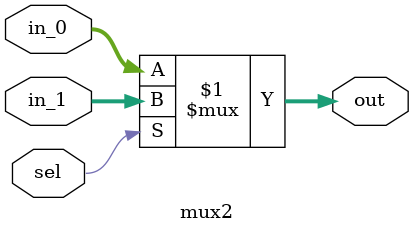
<source format=v>
`timescale 1ns / 1ps
`default_nettype none

module mux2(
    input wire [31:0] in_0, in_1,
    input wire sel,
    output wire [31:0] out
    );
    
    // when sel=0, choose in_0; else, choose in_1
    assign out = sel ? in_1:in_0;
       
endmodule

</source>
